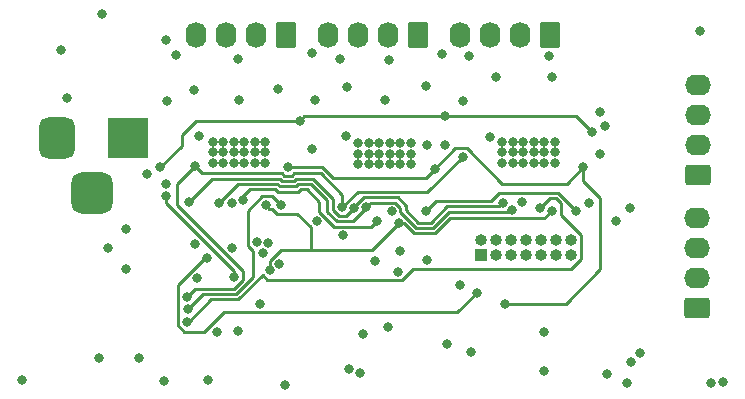
<source format=gbr>
%TF.GenerationSoftware,KiCad,Pcbnew,6.0.11+dfsg-1~bpo11+1*%
%TF.CreationDate,2023-06-12T22:03:45+02:00*%
%TF.ProjectId,motor_board_v3,6d6f746f-725f-4626-9f61-72645f76332e,rev?*%
%TF.SameCoordinates,PX87037a0PY50412a8*%
%TF.FileFunction,Copper,L3,Inr*%
%TF.FilePolarity,Positive*%
%FSLAX46Y46*%
G04 Gerber Fmt 4.6, Leading zero omitted, Abs format (unit mm)*
G04 Created by KiCad (PCBNEW 6.0.11+dfsg-1~bpo11+1) date 2023-06-12 22:03:45*
%MOMM*%
%LPD*%
G01*
G04 APERTURE LIST*
G04 Aperture macros list*
%AMRoundRect*
0 Rectangle with rounded corners*
0 $1 Rounding radius*
0 $2 $3 $4 $5 $6 $7 $8 $9 X,Y pos of 4 corners*
0 Add a 4 corners polygon primitive as box body*
4,1,4,$2,$3,$4,$5,$6,$7,$8,$9,$2,$3,0*
0 Add four circle primitives for the rounded corners*
1,1,$1+$1,$2,$3*
1,1,$1+$1,$4,$5*
1,1,$1+$1,$6,$7*
1,1,$1+$1,$8,$9*
0 Add four rect primitives between the rounded corners*
20,1,$1+$1,$2,$3,$4,$5,0*
20,1,$1+$1,$4,$5,$6,$7,0*
20,1,$1+$1,$6,$7,$8,$9,0*
20,1,$1+$1,$8,$9,$2,$3,0*%
G04 Aperture macros list end*
%TA.AperFunction,ComponentPad*%
%ADD10R,1.000000X1.000000*%
%TD*%
%TA.AperFunction,ComponentPad*%
%ADD11O,1.000000X1.000000*%
%TD*%
%TA.AperFunction,ComponentPad*%
%ADD12RoundRect,0.250000X0.620000X0.845000X-0.620000X0.845000X-0.620000X-0.845000X0.620000X-0.845000X0*%
%TD*%
%TA.AperFunction,ComponentPad*%
%ADD13O,1.740000X2.190000*%
%TD*%
%TA.AperFunction,ComponentPad*%
%ADD14RoundRect,0.250000X0.845000X-0.620000X0.845000X0.620000X-0.845000X0.620000X-0.845000X-0.620000X0*%
%TD*%
%TA.AperFunction,ComponentPad*%
%ADD15O,2.190000X1.740000*%
%TD*%
%TA.AperFunction,ComponentPad*%
%ADD16RoundRect,0.875000X-0.875000X-0.875000X0.875000X-0.875000X0.875000X0.875000X-0.875000X0.875000X0*%
%TD*%
%TA.AperFunction,ComponentPad*%
%ADD17RoundRect,0.750000X-0.750000X-1.000000X0.750000X-1.000000X0.750000X1.000000X-0.750000X1.000000X0*%
%TD*%
%TA.AperFunction,ComponentPad*%
%ADD18R,3.500000X3.500000*%
%TD*%
%TA.AperFunction,ViaPad*%
%ADD19C,0.800000*%
%TD*%
%TA.AperFunction,Conductor*%
%ADD20C,0.250000*%
%TD*%
G04 APERTURE END LIST*
D10*
%TO.N,unconnected-(J1-Pad1)*%
%TO.C,J1*%
X30226000Y-17145000D03*
D11*
%TO.N,unconnected-(J1-Pad2)*%
X30226000Y-15875000D03*
%TO.N,+3V3*%
X31496000Y-17145000D03*
%TO.N,/SWDIO*%
X31496000Y-15875000D03*
%TO.N,GND*%
X32766000Y-17145000D03*
%TO.N,/SWCLK*%
X32766000Y-15875000D03*
%TO.N,GND*%
X34036000Y-17145000D03*
%TO.N,/SWO*%
X34036000Y-15875000D03*
%TO.N,unconnected-(J1-Pad9)*%
X35306000Y-17145000D03*
%TO.N,unconnected-(J1-Pad10)*%
X35306000Y-15875000D03*
%TO.N,unconnected-(J1-Pad11)*%
X36576000Y-17145000D03*
%TO.N,/RST*%
X36576000Y-15875000D03*
%TO.N,unconnected-(J1-Pad13)*%
X37846000Y-17145000D03*
%TO.N,unconnected-(J1-Pad14)*%
X37846000Y-15875000D03*
%TD*%
D12*
%TO.N,Net-(J6-Pad1)*%
%TO.C,J6*%
X24925000Y1496000D03*
D13*
%TO.N,Net-(J6-Pad2)*%
X22385000Y1496000D03*
%TO.N,Net-(J6-Pad3)*%
X19845000Y1496000D03*
%TO.N,Net-(J6-Pad4)*%
X17305000Y1496000D03*
%TD*%
D14*
%TO.N,/RAW_5V*%
%TO.C,J4*%
X48547000Y-21638000D03*
D15*
%TO.N,/RS485_B*%
X48547000Y-19098000D03*
%TO.N,/RS485_A*%
X48547000Y-16558000D03*
%TO.N,GND*%
X48547000Y-14018000D03*
%TD*%
D14*
%TO.N,/RAW_5V*%
%TO.C,J3*%
X48567000Y-10335000D03*
D15*
%TO.N,/I2C_SDA*%
X48567000Y-7795000D03*
%TO.N,/I2C_SCL*%
X48567000Y-5255000D03*
%TO.N,GND*%
X48567000Y-2715000D03*
%TD*%
D12*
%TO.N,Net-(J7-Pad1)*%
%TO.C,J7*%
X36101000Y1496000D03*
D13*
%TO.N,Net-(J7-Pad2)*%
X33561000Y1496000D03*
%TO.N,Net-(J7-Pad3)*%
X31021000Y1496000D03*
%TO.N,Net-(J7-Pad4)*%
X28481000Y1496000D03*
%TD*%
%TO.N,Net-(J5-Pad4)*%
%TO.C,J5*%
X6129000Y1496000D03*
%TO.N,Net-(J5-Pad3)*%
X8669000Y1496000D03*
%TO.N,Net-(J5-Pad2)*%
X11209000Y1496000D03*
D12*
%TO.N,Net-(J5-Pad1)*%
X13749000Y1496000D03*
%TD*%
D16*
%TO.N,N/C*%
%TO.C,J2*%
X-2682000Y-11918500D03*
D17*
%TO.N,GND*%
X-5682000Y-7218500D03*
D18*
%TO.N,Net-(D5-Pad2)*%
X318000Y-7218500D03*
%TD*%
D19*
%TO.N,GND*%
X21209000Y-17653000D03*
%TO.N,+3V3*%
X28448000Y-19685000D03*
%TO.N,/SWO*%
X29845000Y-20320000D03*
X6985000Y-17399000D03*
%TO.N,GND*%
X32037000Y-7541000D03*
X32926000Y-7541000D03*
X33815000Y-7541000D03*
X34704000Y-7541000D03*
X35593000Y-7541000D03*
X36482000Y-7541000D03*
X36482000Y-8430000D03*
X35593000Y-8430000D03*
X34704000Y-8430000D03*
X33815000Y-8430000D03*
X32926000Y-8430000D03*
X32037000Y-8430000D03*
X32037000Y-9319000D03*
X32926000Y-9319000D03*
X33815000Y-9319000D03*
X34704000Y-9319000D03*
X35593000Y-9319000D03*
X36482000Y-9319000D03*
X19845000Y-7668000D03*
X20734000Y-7668000D03*
X21623000Y-7668000D03*
X22512000Y-7668000D03*
X23401000Y-7668000D03*
X24290000Y-7668000D03*
X24290000Y-8557000D03*
X23401000Y-8557000D03*
X22512000Y-8557000D03*
X21623000Y-8557000D03*
X20734000Y-8557000D03*
X19845000Y-8557000D03*
X24290000Y-9446000D03*
X23401000Y-9446000D03*
X22512000Y-9446000D03*
X21623000Y-9446000D03*
X20734000Y-9446000D03*
X19845000Y-9446000D03*
X11971000Y-7541000D03*
X11082000Y-7541000D03*
X10193000Y-7541000D03*
X9304000Y-7541000D03*
X8415000Y-7541000D03*
X7526000Y-7541000D03*
X7526000Y-8430000D03*
X8415000Y-8430000D03*
X9304000Y-8430000D03*
X10193000Y-8430000D03*
X11082000Y-8430000D03*
X11971000Y-8430000D03*
X11971000Y-9319000D03*
X11082000Y-9319000D03*
X10193000Y-9319000D03*
X9304000Y-9319000D03*
X8415000Y-9319000D03*
X7526000Y-9319000D03*
%TO.N,/SWDIO*%
X41689000Y-14272000D03*
%TO.N,/STEP_EN*%
X25687000Y-7795000D03*
%TO.N,/DECAY*%
X12331284Y-18420500D03*
%TO.N,GND*%
X3589000Y1095000D03*
%TO.N,/DIR1*%
X13152169Y-17850282D03*
%TO.N,/MODE2*%
X5342892Y-20667988D03*
%TO.N,/FAULT*%
X5391297Y-21733876D03*
%TO.N,/DIR2*%
X5288500Y-22781000D03*
%TO.N,GND*%
X-1364000Y-16558000D03*
X7843500Y-23606500D03*
X27338000Y-24686000D03*
X42959000Y-26210000D03*
X35593000Y-23670000D03*
X26893500Y-111500D03*
X13622000Y-28115000D03*
X27211000Y-7795000D03*
X40292000Y-8557000D03*
X3589000Y-11097000D03*
X42578000Y-27988000D03*
X35593000Y-26972000D03*
X15908000Y-8176000D03*
X43721000Y-25448000D03*
X16322243Y-14250939D03*
X50706000Y-27861000D03*
X40736500Y-6207500D03*
X11741179Y-16972084D03*
X22307000Y-23211000D03*
X-1872000Y3254000D03*
X-8603000Y-27734000D03*
X18321000Y-556000D03*
X49690000Y-27988000D03*
X122500Y-14907000D03*
X42832000Y-13129000D03*
X1303000Y-25829000D03*
%TO.N,+5V*%
X38895000Y-9700000D03*
X32291000Y-21257000D03*
X26322000Y-9827000D03*
X13876000Y-9700000D03*
%TO.N,+12V*%
X18836118Y-2894209D03*
X40292000Y-5001000D03*
X13052500Y-3096000D03*
X3398500Y-27797500D03*
X31529000Y-2080000D03*
X29243000Y-302000D03*
X9751000Y-3985000D03*
X25580900Y-2843392D03*
X4416500Y-175000D03*
X15908000Y-48000D03*
X22131000Y-3985000D03*
X5906950Y-3187387D03*
X36228000Y-2080000D03*
%TO.N,Net-(C8-Pad1)*%
X9623500Y-574000D03*
X6343070Y-7054570D03*
X3654500Y-4112000D03*
%TO.N,Net-(C14-Pad1)*%
X18785065Y-7051575D03*
X16162000Y-3985000D03*
X22470073Y-576535D03*
%TO.N,Net-(C20-Pad1)*%
X35974000Y-302000D03*
X28735000Y-4112000D03*
X30961799Y-7100799D03*
%TO.N,Net-(D1-Pad2)*%
X-4793000Y-3858000D03*
%TO.N,Net-(D2-Pad2)*%
X122500Y-18336000D03*
%TO.N,Net-(D3-Pad2)*%
X48801000Y1857000D03*
%TO.N,Net-(D4-Pad2)*%
X1938000Y-10233500D03*
%TO.N,Net-(C3-Pad1)*%
X40927000Y-27226000D03*
%TO.N,Net-(C5-Pad1)*%
X-2126000Y-25829000D03*
%TO.N,+3V3*%
X20226000Y-23797000D03*
X29370000Y-25321000D03*
%TO.N,/RST*%
X18575000Y-15441000D03*
X39403000Y-12748000D03*
X25623500Y-17510500D03*
X9304000Y-18971000D03*
X3589000Y-12113000D03*
%TO.N,/I2C_SDA*%
X12220914Y-16095238D03*
%TO.N,/I2C_SCL*%
X11222715Y-16044209D03*
%TO.N,Net-(C29-Pad1)*%
X7145000Y-27734000D03*
%TO.N,Net-(R18-Pad2)*%
X23210500Y-18526500D03*
%TO.N,/Stepper module/VREF*%
X3081000Y-9700000D03*
X14892000Y-5763000D03*
X39657000Y-6741500D03*
X27211000Y-5382000D03*
%TO.N,/MODE0*%
X32883603Y-13285427D03*
X20506000Y-13091500D03*
X8034000Y-12748000D03*
%TO.N,/MODE1*%
X19487050Y-13114550D03*
X32048000Y-12737000D03*
X5494000Y-12621000D03*
%TO.N,Net-(D8-Pad2)*%
X-5301000Y206000D03*
%TO.N,/RS485_A*%
X19972000Y-27099000D03*
%TO.N,/DECAY*%
X36265500Y-13378701D03*
X11997155Y-12899038D03*
X23274000Y-14425500D03*
%TO.N,/STEP0*%
X9111703Y-12694895D03*
X11486050Y-21242550D03*
%TO.N,/FAULT*%
X38260000Y-13383000D03*
X25560000Y-13429992D03*
X13260245Y-12908361D03*
%TO.N,/MODE2*%
X28653774Y-8822500D03*
X18485500Y-13091500D03*
X6002000Y-9573000D03*
%TO.N,/RS485_B*%
X19023789Y-26782930D03*
%TO.N,/DIR1*%
X22673645Y-13430492D03*
%TO.N,/DIR2*%
X35231438Y-13168155D03*
%TO.N,/STEP_EN*%
X21440001Y-14207403D03*
X10088209Y-12481726D03*
%TO.N,/STEP1*%
X23401000Y-16812000D03*
X9685000Y-23543000D03*
%TO.N,/STEP2*%
X9177000Y-16558000D03*
X33666609Y-12664213D03*
%TO.N,/SWCLK*%
X6002000Y-16177000D03*
%TO.N,/SWDIO*%
X6166500Y-19098000D03*
%TD*%
D20*
%TO.N,/DIR2*%
X36990000Y-13764000D02*
X36990000Y-12749396D01*
X38671000Y-15445000D02*
X36990000Y-13764000D01*
X36061148Y-12338445D02*
X35231438Y-13168155D01*
X23510805Y-19251500D02*
X24474305Y-18288000D01*
X12136979Y-19251500D02*
X23510805Y-19251500D01*
X38671000Y-17486727D02*
X38671000Y-15445000D01*
X7388000Y-20887000D02*
X9686097Y-20887000D01*
X11729288Y-18843809D02*
X12136979Y-19251500D01*
X36990000Y-12749396D02*
X36579049Y-12338445D01*
X24474305Y-18288000D02*
X37869727Y-18288000D01*
X37869727Y-18288000D02*
X38671000Y-17486727D01*
X9686097Y-20887000D02*
X11729288Y-18843809D01*
X5494000Y-22781000D02*
X7388000Y-20887000D01*
X5288500Y-22781000D02*
X5494000Y-22781000D01*
X36579049Y-12338445D02*
X36061148Y-12338445D01*
%TO.N,/SWO*%
X6985000Y-17399000D02*
X6840195Y-17399000D01*
X6840195Y-17399000D02*
X4563500Y-19675695D01*
X4563500Y-19675695D02*
X4563500Y-23081305D01*
X4563500Y-23081305D02*
X5104195Y-23622000D01*
X5104195Y-23622000D02*
X6802695Y-23622000D01*
X6802695Y-23622000D02*
X8453695Y-21971000D01*
X8453695Y-21971000D02*
X28194000Y-21971000D01*
X28194000Y-21971000D02*
X29845000Y-20320000D01*
%TO.N,+5V*%
X38895000Y-9700000D02*
X37498000Y-11097000D01*
X37498000Y-11097000D02*
X32037000Y-11097000D01*
X32037000Y-11097000D02*
X29037500Y-8097500D01*
X29037500Y-8097500D02*
X28051500Y-8097500D01*
X28051500Y-8097500D02*
X26322000Y-9827000D01*
X26322000Y-9827000D02*
X25560000Y-10589000D01*
X25560000Y-10589000D02*
X17687396Y-10589000D01*
X17687396Y-10589000D02*
X16798396Y-9700000D01*
X16798396Y-9700000D02*
X13876000Y-9700000D01*
%TO.N,/Stepper module/VREF*%
X3081000Y-9700000D02*
X4909500Y-7871500D01*
X4909500Y-7871500D02*
X4909500Y-6982500D01*
X4909500Y-6982500D02*
X6129000Y-5763000D01*
X6129000Y-5763000D02*
X14892000Y-5763000D01*
%TO.N,/MODE0*%
X20892008Y-12705492D02*
X20506000Y-13091500D01*
X22973950Y-12705492D02*
X20892008Y-12705492D01*
X23398645Y-13130187D02*
X22973950Y-12705492D01*
X23398645Y-13507645D02*
X23398645Y-13130187D01*
X24729000Y-14838000D02*
X23398645Y-13507645D01*
X26135604Y-14838000D02*
X24729000Y-14838000D01*
X27511604Y-13462000D02*
X26135604Y-14838000D01*
X32707030Y-13462000D02*
X27511604Y-13462000D01*
X32883603Y-13285427D02*
X32707030Y-13462000D01*
%TO.N,/DECAY*%
X36265500Y-13378701D02*
X36220202Y-13378701D01*
X24542604Y-15288000D02*
X23680104Y-14425500D01*
X36220202Y-13378701D02*
X35580903Y-14018000D01*
X35580903Y-14018000D02*
X27592000Y-14018000D01*
X27592000Y-14018000D02*
X26322000Y-15288000D01*
X26322000Y-15288000D02*
X24542604Y-15288000D01*
X23680104Y-14425500D02*
X23274000Y-14425500D01*
%TO.N,+5V*%
X37381701Y-21257000D02*
X32291000Y-21257000D01*
X40324000Y-18314701D02*
X37381701Y-21257000D01*
X38895000Y-9700000D02*
X38895000Y-10844117D01*
X40324000Y-12273117D02*
X40324000Y-18314701D01*
X38895000Y-10844117D02*
X40324000Y-12273117D01*
%TO.N,/FAULT*%
X13260245Y-12908361D02*
X12525922Y-12174038D01*
X10497715Y-13373173D02*
X10497715Y-16344514D01*
X9499701Y-20437000D02*
X6688173Y-20437000D01*
X12525922Y-12174038D02*
X11696850Y-12174038D01*
X11696850Y-12174038D02*
X10497715Y-13373173D01*
X10497715Y-16344514D02*
X10955000Y-16801799D01*
X6688173Y-20437000D02*
X5391297Y-21733876D01*
X10955000Y-16801799D02*
X10955000Y-18981701D01*
X10955000Y-18981701D02*
X9499701Y-20437000D01*
%TO.N,/DECAY*%
X12331284Y-18420500D02*
X12331284Y-17645862D01*
X12331284Y-17645862D02*
X13292146Y-16685000D01*
X13292146Y-16685000D02*
X15783117Y-16685000D01*
X12535245Y-13208666D02*
X12306783Y-13208666D01*
X12306783Y-13208666D02*
X11997155Y-12899038D01*
X12535245Y-13208666D02*
X12959940Y-13633361D01*
X12959940Y-13633361D02*
X14634361Y-13633361D01*
X14634361Y-13633361D02*
X15783117Y-14782117D01*
X15783117Y-14782117D02*
X15783117Y-16685000D01*
%TO.N,/MODE2*%
X6002000Y-9573000D02*
X4478000Y-11097000D01*
X9802695Y-18209000D02*
X9812000Y-18209000D01*
X4478000Y-11097000D02*
X4478000Y-12884305D01*
X4478000Y-12884305D02*
X9802695Y-18209000D01*
X10066000Y-18463000D02*
X10066000Y-19234305D01*
X10066000Y-19234305D02*
X9313305Y-19987000D01*
X6023880Y-19987000D02*
X5342892Y-20667988D01*
X9812000Y-18209000D02*
X10066000Y-18463000D01*
X9313305Y-19987000D02*
X6023880Y-19987000D01*
%TO.N,/STEP_EN*%
X10088209Y-12481726D02*
X10088209Y-12090791D01*
X15480000Y-11558000D02*
X16543000Y-12621000D01*
X10088209Y-12090791D02*
X10621000Y-11558000D01*
X10621000Y-11558000D02*
X12799507Y-11558000D01*
X16543000Y-12621000D02*
X16543000Y-13447097D01*
X16543000Y-13447097D02*
X17812403Y-14716500D01*
X17812403Y-14716500D02*
X20930904Y-14716500D01*
X12799507Y-11558000D02*
X13016507Y-11775000D01*
X13016507Y-11775000D02*
X14735493Y-11775000D01*
X14735493Y-11775000D02*
X14952493Y-11558000D01*
X14952493Y-11558000D02*
X15480000Y-11558000D01*
X20930904Y-14716500D02*
X21440001Y-14207403D01*
%TO.N,/MODE0*%
X20506000Y-13091500D02*
X20506000Y-13120905D01*
X20506000Y-13120905D02*
X19360405Y-14266500D01*
X19360405Y-14266500D02*
X17998799Y-14266500D01*
X14549097Y-11325000D02*
X13202903Y-11325000D01*
X17998799Y-14266500D02*
X17177302Y-13445003D01*
X9674000Y-11108000D02*
X8034000Y-12748000D01*
X17177302Y-13445003D02*
X17177302Y-12494698D01*
X17177302Y-12494698D02*
X15790604Y-11108000D01*
X15790604Y-11108000D02*
X14766097Y-11108000D01*
X14766097Y-11108000D02*
X14549097Y-11325000D01*
X13202903Y-11325000D02*
X12985903Y-11108000D01*
X12985903Y-11108000D02*
X9674000Y-11108000D01*
%TO.N,/MODE1*%
X19487050Y-13114550D02*
X18785100Y-13816500D01*
X18785100Y-13816500D02*
X18185195Y-13816500D01*
X17686000Y-13317305D02*
X17686000Y-12367000D01*
X13172299Y-10658000D02*
X7457000Y-10658000D01*
X18185195Y-13816500D02*
X17686000Y-13317305D01*
X17686000Y-12367000D02*
X15977000Y-10658000D01*
X15977000Y-10658000D02*
X14579701Y-10658000D01*
X14579701Y-10658000D02*
X14362701Y-10875000D01*
X7457000Y-10658000D02*
X5494000Y-12621000D01*
X14362701Y-10875000D02*
X13389299Y-10875000D01*
X13389299Y-10875000D02*
X13172299Y-10658000D01*
%TO.N,/MODE2*%
X18485500Y-13091500D02*
X18485500Y-12023500D01*
X18485500Y-12023500D02*
X16670000Y-10208000D01*
X16670000Y-10208000D02*
X14393305Y-10208000D01*
X14393305Y-10208000D02*
X14176305Y-10425000D01*
X14176305Y-10425000D02*
X13575695Y-10425000D01*
X13575695Y-10425000D02*
X13358695Y-10208000D01*
X13358695Y-10208000D02*
X6637000Y-10208000D01*
X6637000Y-10208000D02*
X6002000Y-9573000D01*
%TO.N,/DECAY*%
X15783117Y-16685000D02*
X21014500Y-16685000D01*
X21014500Y-16685000D02*
X23274000Y-14425500D01*
%TO.N,/RST*%
X3589000Y-12738695D02*
X3589000Y-12113000D01*
X9304000Y-18453695D02*
X3589000Y-12738695D01*
X9304000Y-18971000D02*
X9304000Y-18453695D01*
%TO.N,/Stepper module/VREF*%
X38297500Y-5382000D02*
X27211000Y-5382000D01*
X39657000Y-6741500D02*
X38297500Y-5382000D01*
X15273000Y-5382000D02*
X14892000Y-5763000D01*
X27211000Y-5382000D02*
X15273000Y-5382000D01*
%TO.N,/MODE1*%
X27325208Y-13012000D02*
X25949208Y-14388000D01*
X20316703Y-12255492D02*
X19487050Y-13085145D01*
X25949208Y-14388000D02*
X24915396Y-14388000D01*
X19487050Y-13085145D02*
X19487050Y-13114550D01*
X23160346Y-12255492D02*
X20316703Y-12255492D01*
X31773000Y-13012000D02*
X27325208Y-13012000D01*
X23848645Y-13321249D02*
X23848645Y-12943791D01*
X23848645Y-12943791D02*
X23160346Y-12255492D01*
X32048000Y-12737000D02*
X31773000Y-13012000D01*
X24915396Y-14388000D02*
X23848645Y-13321249D01*
%TO.N,/FAULT*%
X31080000Y-12562000D02*
X26427992Y-12562000D01*
X38260000Y-13383000D02*
X36765445Y-11888445D01*
X26427992Y-12562000D02*
X25560000Y-13429992D01*
X31753555Y-11888445D02*
X31080000Y-12562000D01*
X36765445Y-11888445D02*
X31753555Y-11888445D01*
%TO.N,/MODE2*%
X25670782Y-11805492D02*
X19771508Y-11805492D01*
X19771508Y-11805492D02*
X18485500Y-13091500D01*
X28653774Y-8822500D02*
X25670782Y-11805492D01*
%TD*%
M02*

</source>
